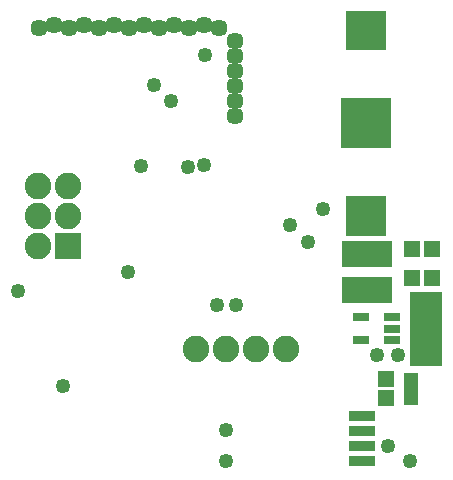
<source format=gbs>
G04 MADE WITH FRITZING*
G04 WWW.FRITZING.ORG*
G04 DOUBLE SIDED*
G04 HOLES PLATED*
G04 CONTOUR ON CENTER OF CONTOUR VECTOR*
%ASAXBY*%
%FSLAX23Y23*%
%MOIN*%
%OFA0B0*%
%SFA1.0B1.0*%
%ADD10C,0.049370*%
%ADD11C,0.057244*%
%ADD12C,0.088740*%
%ADD13R,0.166000X0.166000*%
%ADD14R,0.135000X0.135000*%
%ADD15R,0.049370X0.108425*%
%ADD16R,0.108425X0.246221*%
%ADD17R,0.057244X0.031653*%
%ADD18R,0.167480X0.088740*%
%ADD19R,0.057244X0.053307*%
%ADD20R,0.090000X0.036000*%
%ADD21R,0.053307X0.057244*%
%ADD22R,0.088740X0.088740*%
%ADD23R,0.001000X0.001000*%
%LNMASK0*%
G90*
G70*
G54D10*
X1206Y1163D03*
X1351Y36D03*
X668Y1388D03*
X664Y1022D03*
X611Y1014D03*
G54D11*
X115Y1480D03*
X165Y1490D03*
X215Y1480D03*
X265Y1490D03*
X315Y1480D03*
X365Y1490D03*
X415Y1480D03*
X465Y1490D03*
X515Y1480D03*
X565Y1490D03*
X615Y1480D03*
X665Y1490D03*
X715Y1480D03*
X767Y1436D03*
X767Y1386D03*
X767Y1336D03*
X767Y1286D03*
X767Y1236D03*
X767Y1186D03*
G54D10*
X1011Y766D03*
X196Y284D03*
X46Y603D03*
X1312Y390D03*
X1062Y875D03*
X1243Y390D03*
X708Y556D03*
X771Y556D03*
X412Y666D03*
X456Y1020D03*
X739Y138D03*
X739Y35D03*
X1277Y86D03*
X952Y822D03*
G54D12*
X211Y753D03*
X111Y753D03*
X211Y853D03*
X111Y853D03*
X211Y953D03*
X111Y953D03*
X940Y410D03*
X840Y410D03*
X740Y410D03*
X640Y410D03*
G54D10*
X554Y1237D03*
X499Y1288D03*
G54D13*
X1206Y1163D03*
G54D14*
X1206Y853D03*
G54D15*
X1356Y274D03*
G54D16*
X1406Y474D03*
G54D17*
X1292Y514D03*
X1292Y477D03*
X1292Y440D03*
X1190Y440D03*
X1190Y514D03*
G54D18*
X1208Y727D03*
X1209Y605D03*
G54D19*
X1359Y646D03*
X1426Y646D03*
G54D20*
X1192Y37D03*
X1192Y87D03*
X1192Y137D03*
X1192Y187D03*
G54D21*
X1271Y310D03*
X1271Y244D03*
G54D19*
X1426Y741D03*
X1359Y741D03*
G54D22*
X211Y753D03*
G54D23*
X1138Y1535D02*
X1272Y1535D01*
X1138Y1534D02*
X1272Y1534D01*
X1138Y1533D02*
X1272Y1533D01*
X1138Y1532D02*
X1272Y1532D01*
X1138Y1531D02*
X1272Y1531D01*
X1138Y1530D02*
X1272Y1530D01*
X1138Y1529D02*
X1272Y1529D01*
X1138Y1528D02*
X1272Y1528D01*
X1138Y1527D02*
X1272Y1527D01*
X1138Y1526D02*
X1272Y1526D01*
X1138Y1525D02*
X1272Y1525D01*
X1138Y1524D02*
X1272Y1524D01*
X1138Y1523D02*
X1272Y1523D01*
X1138Y1522D02*
X1272Y1522D01*
X1138Y1521D02*
X1272Y1521D01*
X1138Y1520D02*
X1272Y1520D01*
X1138Y1519D02*
X1272Y1519D01*
X1138Y1518D02*
X1272Y1518D01*
X1138Y1517D02*
X1272Y1517D01*
X1138Y1516D02*
X1272Y1516D01*
X1138Y1515D02*
X1272Y1515D01*
X1138Y1514D02*
X1272Y1514D01*
X1138Y1513D02*
X1272Y1513D01*
X1138Y1512D02*
X1272Y1512D01*
X1138Y1511D02*
X1272Y1511D01*
X1138Y1510D02*
X1272Y1510D01*
X1138Y1509D02*
X1272Y1509D01*
X1138Y1508D02*
X1272Y1508D01*
X1138Y1507D02*
X1272Y1507D01*
X1138Y1506D02*
X1272Y1506D01*
X1138Y1505D02*
X1272Y1505D01*
X1138Y1504D02*
X1272Y1504D01*
X1138Y1503D02*
X1272Y1503D01*
X1138Y1502D02*
X1272Y1502D01*
X1138Y1501D02*
X1272Y1501D01*
X1138Y1500D02*
X1272Y1500D01*
X1138Y1499D02*
X1272Y1499D01*
X1138Y1498D02*
X1272Y1498D01*
X1138Y1497D02*
X1272Y1497D01*
X1138Y1496D02*
X1272Y1496D01*
X1138Y1495D02*
X1272Y1495D01*
X1138Y1494D02*
X1272Y1494D01*
X1138Y1493D02*
X1272Y1493D01*
X1138Y1492D02*
X1272Y1492D01*
X1138Y1491D02*
X1272Y1491D01*
X1138Y1490D02*
X1272Y1490D01*
X1138Y1489D02*
X1272Y1489D01*
X1138Y1488D02*
X1272Y1488D01*
X1138Y1487D02*
X1272Y1487D01*
X1138Y1486D02*
X1272Y1486D01*
X1138Y1485D02*
X1272Y1485D01*
X1138Y1484D02*
X1272Y1484D01*
X1138Y1483D02*
X1272Y1483D01*
X1138Y1482D02*
X1272Y1482D01*
X1138Y1481D02*
X1272Y1481D01*
X1138Y1480D02*
X1272Y1480D01*
X1138Y1479D02*
X1272Y1479D01*
X1138Y1478D02*
X1272Y1478D01*
X1138Y1477D02*
X1272Y1477D01*
X1138Y1476D02*
X1272Y1476D01*
X1138Y1475D02*
X1272Y1475D01*
X1138Y1474D02*
X1272Y1474D01*
X1138Y1473D02*
X1272Y1473D01*
X1138Y1472D02*
X1272Y1472D01*
X1138Y1471D02*
X1272Y1471D01*
X1138Y1470D02*
X1272Y1470D01*
X1138Y1469D02*
X1272Y1469D01*
X1138Y1468D02*
X1272Y1468D01*
X1138Y1467D02*
X1272Y1467D01*
X1138Y1466D02*
X1272Y1466D01*
X1138Y1465D02*
X1272Y1465D01*
X1138Y1464D02*
X1272Y1464D01*
X1138Y1463D02*
X1272Y1463D01*
X1138Y1462D02*
X1272Y1462D01*
X1138Y1461D02*
X1272Y1461D01*
X1138Y1460D02*
X1272Y1460D01*
X1138Y1459D02*
X1272Y1459D01*
X1138Y1458D02*
X1272Y1458D01*
X1138Y1457D02*
X1272Y1457D01*
X1138Y1456D02*
X1272Y1456D01*
X1138Y1455D02*
X1272Y1455D01*
X1138Y1454D02*
X1272Y1454D01*
X1138Y1453D02*
X1272Y1453D01*
X1138Y1452D02*
X1272Y1452D01*
X1138Y1451D02*
X1272Y1451D01*
X1138Y1450D02*
X1272Y1450D01*
X1138Y1449D02*
X1272Y1449D01*
X1138Y1448D02*
X1272Y1448D01*
X1138Y1447D02*
X1272Y1447D01*
X1138Y1446D02*
X1272Y1446D01*
X1138Y1445D02*
X1272Y1445D01*
X1138Y1444D02*
X1272Y1444D01*
X1138Y1443D02*
X1272Y1443D01*
X1138Y1442D02*
X1272Y1442D01*
X1138Y1441D02*
X1272Y1441D01*
X1138Y1440D02*
X1272Y1440D01*
X1138Y1439D02*
X1272Y1439D01*
X1138Y1438D02*
X1272Y1438D01*
X1138Y1437D02*
X1272Y1437D01*
X1138Y1436D02*
X1272Y1436D01*
X1138Y1435D02*
X1272Y1435D01*
X1138Y1434D02*
X1272Y1434D01*
X1138Y1433D02*
X1272Y1433D01*
X1138Y1432D02*
X1272Y1432D01*
X1138Y1431D02*
X1272Y1431D01*
X1138Y1430D02*
X1272Y1430D01*
X1138Y1429D02*
X1272Y1429D01*
X1138Y1428D02*
X1272Y1428D01*
X1138Y1427D02*
X1272Y1427D01*
X1138Y1426D02*
X1272Y1426D01*
X1138Y1425D02*
X1272Y1425D01*
X1138Y1424D02*
X1272Y1424D01*
X1138Y1423D02*
X1272Y1423D01*
X1138Y1422D02*
X1272Y1422D01*
X1138Y1421D02*
X1272Y1421D01*
X1138Y1420D02*
X1272Y1420D01*
X1138Y1419D02*
X1272Y1419D01*
X1138Y1418D02*
X1272Y1418D01*
X1138Y1417D02*
X1272Y1417D01*
X1138Y1416D02*
X1272Y1416D01*
X1138Y1415D02*
X1272Y1415D01*
X1138Y1414D02*
X1272Y1414D01*
X1138Y1413D02*
X1272Y1413D01*
X1138Y1412D02*
X1272Y1412D01*
X1138Y1411D02*
X1272Y1411D01*
X1138Y1410D02*
X1272Y1410D01*
X1138Y1409D02*
X1272Y1409D01*
X1138Y1408D02*
X1272Y1408D01*
X1138Y1407D02*
X1272Y1407D01*
X1138Y1406D02*
X1272Y1406D01*
D02*
G04 End of Mask0*
M02*
</source>
